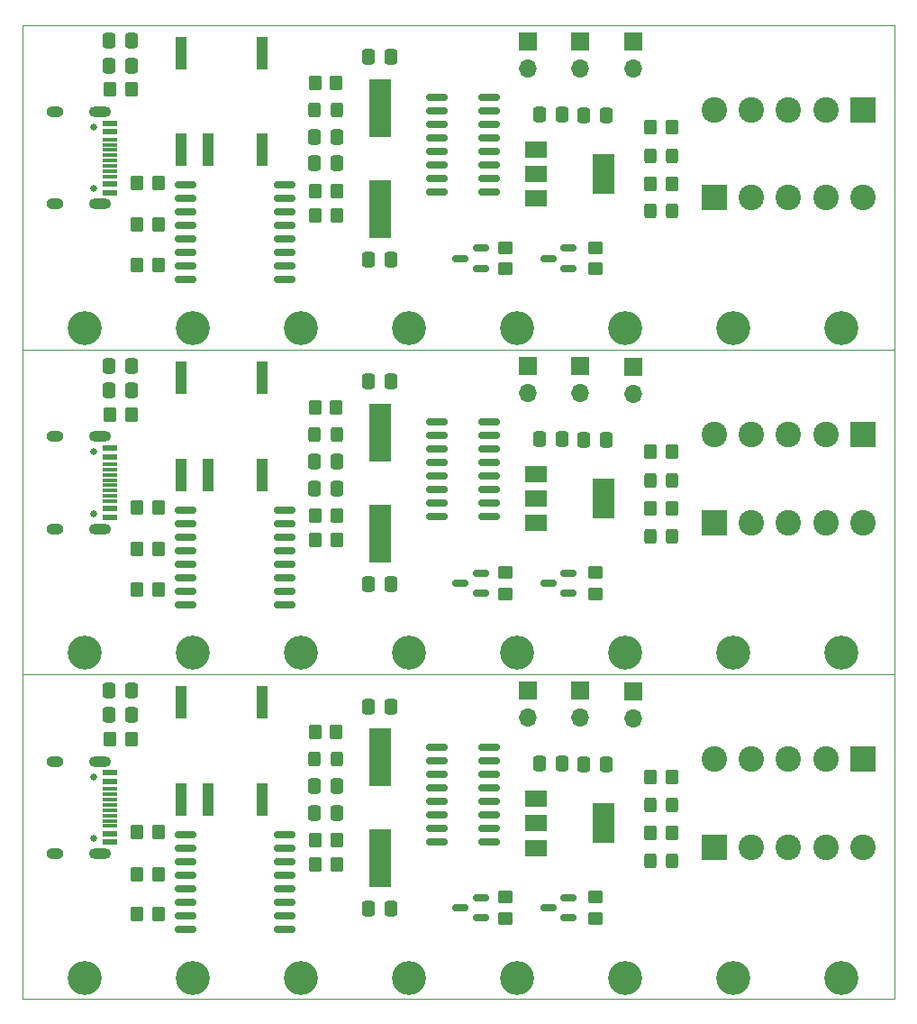
<source format=gbr>
%TF.GenerationSoftware,KiCad,Pcbnew,6.0.11-2627ca5db0~126~ubuntu20.04.1*%
%TF.CreationDate,2024-02-24T22:47:20-05:00*%
%TF.ProjectId,,58585858-5858-4585-9858-585858585858,rev?*%
%TF.SameCoordinates,Original*%
%TF.FileFunction,Soldermask,Top*%
%TF.FilePolarity,Negative*%
%FSLAX46Y46*%
G04 Gerber Fmt 4.6, Leading zero omitted, Abs format (unit mm)*
G04 Created by KiCad (PCBNEW 6.0.11-2627ca5db0~126~ubuntu20.04.1) date 2024-02-24 22:47:20*
%MOMM*%
%LPD*%
G01*
G04 APERTURE LIST*
G04 Aperture macros list*
%AMRoundRect*
0 Rectangle with rounded corners*
0 $1 Rounding radius*
0 $2 $3 $4 $5 $6 $7 $8 $9 X,Y pos of 4 corners*
0 Add a 4 corners polygon primitive as box body*
4,1,4,$2,$3,$4,$5,$6,$7,$8,$9,$2,$3,0*
0 Add four circle primitives for the rounded corners*
1,1,$1+$1,$2,$3*
1,1,$1+$1,$4,$5*
1,1,$1+$1,$6,$7*
1,1,$1+$1,$8,$9*
0 Add four rect primitives between the rounded corners*
20,1,$1+$1,$2,$3,$4,$5,0*
20,1,$1+$1,$4,$5,$6,$7,0*
20,1,$1+$1,$6,$7,$8,$9,0*
20,1,$1+$1,$8,$9,$2,$3,0*%
G04 Aperture macros list end*
%TA.AperFunction,Profile*%
%ADD10C,0.100000*%
%TD*%
%ADD11RoundRect,0.150000X0.587500X0.150000X-0.587500X0.150000X-0.587500X-0.150000X0.587500X-0.150000X0*%
%ADD12RoundRect,0.250000X0.325000X0.450000X-0.325000X0.450000X-0.325000X-0.450000X0.325000X-0.450000X0*%
%ADD13C,3.200000*%
%ADD14RoundRect,0.250000X0.350000X0.450000X-0.350000X0.450000X-0.350000X-0.450000X0.350000X-0.450000X0*%
%ADD15RoundRect,0.250000X-0.337500X-0.475000X0.337500X-0.475000X0.337500X0.475000X-0.337500X0.475000X0*%
%ADD16RoundRect,0.250000X-0.350000X-0.450000X0.350000X-0.450000X0.350000X0.450000X-0.350000X0.450000X0*%
%ADD17RoundRect,0.250000X-0.450000X0.350000X-0.450000X-0.350000X0.450000X-0.350000X0.450000X0.350000X0*%
%ADD18R,1.000000X3.100000*%
%ADD19RoundRect,0.250000X0.337500X0.475000X-0.337500X0.475000X-0.337500X-0.475000X0.337500X-0.475000X0*%
%ADD20R,1.700000X1.700000*%
%ADD21O,1.700000X1.700000*%
%ADD22R,2.000000X1.500000*%
%ADD23R,2.000000X3.800000*%
%ADD24R,2.400000X2.400000*%
%ADD25C,2.400000*%
%ADD26RoundRect,0.150000X-0.825000X-0.150000X0.825000X-0.150000X0.825000X0.150000X-0.825000X0.150000X0*%
%ADD27R,2.000000X5.500000*%
%ADD28C,0.650000*%
%ADD29R,1.450000X0.600000*%
%ADD30R,1.450000X0.300000*%
%ADD31O,1.600000X1.000000*%
%ADD32O,2.100000X1.000000*%
%ADD33RoundRect,0.150000X-0.875000X-0.150000X0.875000X-0.150000X0.875000X0.150000X-0.875000X0.150000X0*%
G04 APERTURE END LIST*
D10*
X49377600Y-91886400D02*
X131377600Y-91886400D01*
X131377600Y-122386400D02*
X131377600Y-91886400D01*
X49377600Y-91886400D02*
X49377600Y-122386400D01*
X49377600Y-122386400D02*
X131377600Y-122386400D01*
X49377600Y-61386400D02*
X131377600Y-61386400D01*
X131377600Y-91886400D02*
X131377600Y-61386400D01*
X49377600Y-61386400D02*
X49377600Y-91886400D01*
X49377600Y-91886400D02*
X131377600Y-91886400D01*
X49377600Y-61386400D02*
X131377600Y-61386400D01*
X49377600Y-30886400D02*
X49377600Y-61386400D01*
X131377600Y-61386400D02*
X131377600Y-30886400D01*
X49377600Y-30886400D02*
X131377600Y-30886400D01*
D11*
%TO.C,Q1*%
X100733900Y-114756400D03*
X100733900Y-112856400D03*
X98858900Y-113806400D03*
%TD*%
D12*
%TO.C,D3*%
X110422600Y-109386400D03*
X108372600Y-109386400D03*
%TD*%
D13*
%TO.C,REF\u002A\u002A5*%
X75577600Y-120386400D03*
%TD*%
D14*
%TO.C,R8*%
X110397600Y-101486400D03*
X108397600Y-101486400D03*
%TD*%
D15*
%TO.C,C6*%
X97996900Y-100293600D03*
X100071900Y-100293600D03*
%TD*%
D16*
%TO.C,R11*%
X108397600Y-106786400D03*
X110397600Y-106786400D03*
%TD*%
D13*
%TO.C,REF\u002A\u002A1*%
X116217600Y-120386400D03*
%TD*%
D17*
%TO.C,R10*%
X94767200Y-112806400D03*
X94767200Y-114806400D03*
%TD*%
D18*
%TO.C,PS1*%
X64317600Y-103636400D03*
X66857600Y-103636400D03*
X71937600Y-103636400D03*
X71937600Y-94536400D03*
X64317600Y-94536400D03*
%TD*%
D19*
%TO.C,C7*%
X84019100Y-94893400D03*
X81944100Y-94893400D03*
%TD*%
D14*
%TO.C,R4*%
X62177600Y-114431400D03*
X60177600Y-114431400D03*
%TD*%
D20*
%TO.C,RJ1*%
X106806800Y-93481400D03*
D21*
X106806800Y-96021400D03*
%TD*%
D19*
%TO.C,C8*%
X84019100Y-113923400D03*
X81944100Y-113923400D03*
%TD*%
D15*
%TO.C,C3*%
X76864100Y-104896400D03*
X78939100Y-104896400D03*
%TD*%
D20*
%TO.C,RJ2*%
X101828400Y-93435600D03*
D21*
X101828400Y-95975600D03*
%TD*%
D22*
%TO.C,U2*%
X97662400Y-103581600D03*
X97662400Y-105881600D03*
D23*
X103962400Y-105881600D03*
D22*
X97662400Y-108181600D03*
%TD*%
D20*
%TO.C,RJ3*%
X96900800Y-93430600D03*
D21*
X96900800Y-95970600D03*
%TD*%
D13*
%TO.C,REF\u002A\u002A4*%
X85737600Y-120386400D03*
%TD*%
%TO.C,REF\u002A\u002A6*%
X65417600Y-120386400D03*
%TD*%
%TO.C,REF\u002A\u002A7*%
X55257600Y-120386400D03*
%TD*%
D24*
%TO.C,J2*%
X128396800Y-99836400D03*
D25*
X124896800Y-99836400D03*
X121396800Y-99836400D03*
X117896800Y-99836400D03*
X114396800Y-99836400D03*
%TD*%
D14*
%TO.C,R2*%
X59597600Y-97958400D03*
X57597600Y-97958400D03*
%TD*%
D13*
%TO.C,REF\u002A\u002A*%
X126377600Y-120386400D03*
%TD*%
D26*
%TO.C,U3*%
X88329800Y-98693400D03*
X88329800Y-99963400D03*
X88329800Y-101233400D03*
X88329800Y-102503400D03*
X88329800Y-103773400D03*
X88329800Y-105043400D03*
X88329800Y-106313400D03*
X88329800Y-107583400D03*
X93279800Y-107583400D03*
X93279800Y-106313400D03*
X93279800Y-105043400D03*
X93279800Y-103773400D03*
X93279800Y-102503400D03*
X93279800Y-101233400D03*
X93279800Y-99963400D03*
X93279800Y-98693400D03*
%TD*%
D27*
%TO.C,Y1*%
X82981600Y-99686400D03*
X82981600Y-109186400D03*
%TD*%
D19*
%TO.C,C1*%
X59635100Y-95686400D03*
X57560100Y-95686400D03*
%TD*%
D28*
%TO.C,J1*%
X56117600Y-101496400D03*
X56117600Y-107276400D03*
D29*
X57562600Y-101136400D03*
X57562600Y-101936400D03*
D30*
X57562600Y-103136400D03*
X57562600Y-104136400D03*
X57562600Y-104636400D03*
X57562600Y-105636400D03*
D29*
X57562600Y-106836400D03*
X57562600Y-107636400D03*
X57562600Y-107636400D03*
X57562600Y-106836400D03*
D30*
X57562600Y-106136400D03*
X57562600Y-105136400D03*
X57562600Y-103636400D03*
X57562600Y-102636400D03*
D29*
X57562600Y-101936400D03*
X57562600Y-101136400D03*
D31*
X52467600Y-100066400D03*
D32*
X56647600Y-100066400D03*
X56647600Y-108706400D03*
D31*
X52467600Y-108706400D03*
%TD*%
D33*
%TO.C,U1*%
X64727600Y-106941400D03*
X64727600Y-108211400D03*
X64727600Y-109481400D03*
X64727600Y-110751400D03*
X64727600Y-112021400D03*
X64727600Y-113291400D03*
X64727600Y-114561400D03*
X64727600Y-115831400D03*
X74027600Y-115831400D03*
X74027600Y-114561400D03*
X74027600Y-113291400D03*
X74027600Y-112021400D03*
X74027600Y-110751400D03*
X74027600Y-109481400D03*
X74027600Y-108211400D03*
X74027600Y-106941400D03*
%TD*%
D14*
%TO.C,R6*%
X78901600Y-107456400D03*
X76901600Y-107456400D03*
%TD*%
D24*
%TO.C,J3*%
X114396800Y-108118400D03*
D25*
X117896800Y-108118400D03*
X121396800Y-108118400D03*
X124896800Y-108118400D03*
X128396800Y-108118400D03*
%TD*%
D12*
%TO.C,D1*%
X78910600Y-99836400D03*
X76860600Y-99836400D03*
%TD*%
D13*
%TO.C,REF\u002A\u002A2*%
X106057600Y-120386400D03*
%TD*%
D19*
%TO.C,C5*%
X104237500Y-100344400D03*
X102162500Y-100344400D03*
%TD*%
D14*
%TO.C,R3*%
X62137600Y-110641400D03*
X60137600Y-110641400D03*
%TD*%
%TO.C,R5*%
X78901600Y-109742400D03*
X76901600Y-109742400D03*
%TD*%
D16*
%TO.C,R1*%
X60137600Y-106694400D03*
X62137600Y-106694400D03*
%TD*%
D12*
%TO.C,D2*%
X110422600Y-104186400D03*
X108372600Y-104186400D03*
%TD*%
D19*
%TO.C,C2*%
X59635100Y-93386400D03*
X57560100Y-93386400D03*
%TD*%
D15*
%TO.C,C4*%
X76864100Y-102376400D03*
X78939100Y-102376400D03*
%TD*%
D13*
%TO.C,REF\u002A\u002A3*%
X95897600Y-120386400D03*
%TD*%
D14*
%TO.C,R7*%
X78885600Y-97296400D03*
X76885600Y-97296400D03*
%TD*%
D11*
%TO.C,Q2*%
X92453500Y-114756400D03*
X92453500Y-112856400D03*
X90578500Y-113806400D03*
%TD*%
D17*
%TO.C,R9*%
X103200000Y-112806400D03*
X103200000Y-114806400D03*
%TD*%
D11*
%TO.C,Q1*%
X100733900Y-84256400D03*
X100733900Y-82356400D03*
X98858900Y-83306400D03*
%TD*%
D12*
%TO.C,D3*%
X110422600Y-78886400D03*
X108372600Y-78886400D03*
%TD*%
D13*
%TO.C,REF\u002A\u002A5*%
X75577600Y-89886400D03*
%TD*%
D14*
%TO.C,R8*%
X110397600Y-70986400D03*
X108397600Y-70986400D03*
%TD*%
D15*
%TO.C,C6*%
X97996900Y-69793600D03*
X100071900Y-69793600D03*
%TD*%
D16*
%TO.C,R11*%
X108397600Y-76286400D03*
X110397600Y-76286400D03*
%TD*%
D13*
%TO.C,REF\u002A\u002A1*%
X116217600Y-89886400D03*
%TD*%
D17*
%TO.C,R10*%
X94767200Y-82306400D03*
X94767200Y-84306400D03*
%TD*%
D18*
%TO.C,PS1*%
X64317600Y-73136400D03*
X66857600Y-73136400D03*
X71937600Y-73136400D03*
X71937600Y-64036400D03*
X64317600Y-64036400D03*
%TD*%
D19*
%TO.C,C7*%
X84019100Y-64393400D03*
X81944100Y-64393400D03*
%TD*%
D14*
%TO.C,R4*%
X62177600Y-83931400D03*
X60177600Y-83931400D03*
%TD*%
D20*
%TO.C,RJ1*%
X106806800Y-62981400D03*
D21*
X106806800Y-65521400D03*
%TD*%
D19*
%TO.C,C8*%
X84019100Y-83423400D03*
X81944100Y-83423400D03*
%TD*%
D15*
%TO.C,C3*%
X76864100Y-74396400D03*
X78939100Y-74396400D03*
%TD*%
D20*
%TO.C,RJ2*%
X101828400Y-62935600D03*
D21*
X101828400Y-65475600D03*
%TD*%
D22*
%TO.C,U2*%
X97662400Y-73081600D03*
X97662400Y-75381600D03*
D23*
X103962400Y-75381600D03*
D22*
X97662400Y-77681600D03*
%TD*%
D20*
%TO.C,RJ3*%
X96900800Y-62930600D03*
D21*
X96900800Y-65470600D03*
%TD*%
D13*
%TO.C,REF\u002A\u002A4*%
X85737600Y-89886400D03*
%TD*%
%TO.C,REF\u002A\u002A6*%
X65417600Y-89886400D03*
%TD*%
%TO.C,REF\u002A\u002A7*%
X55257600Y-89886400D03*
%TD*%
D24*
%TO.C,J2*%
X128396800Y-69336400D03*
D25*
X124896800Y-69336400D03*
X121396800Y-69336400D03*
X117896800Y-69336400D03*
X114396800Y-69336400D03*
%TD*%
D14*
%TO.C,R2*%
X59597600Y-67458400D03*
X57597600Y-67458400D03*
%TD*%
D13*
%TO.C,REF\u002A\u002A*%
X126377600Y-89886400D03*
%TD*%
D26*
%TO.C,U3*%
X88329800Y-68193400D03*
X88329800Y-69463400D03*
X88329800Y-70733400D03*
X88329800Y-72003400D03*
X88329800Y-73273400D03*
X88329800Y-74543400D03*
X88329800Y-75813400D03*
X88329800Y-77083400D03*
X93279800Y-77083400D03*
X93279800Y-75813400D03*
X93279800Y-74543400D03*
X93279800Y-73273400D03*
X93279800Y-72003400D03*
X93279800Y-70733400D03*
X93279800Y-69463400D03*
X93279800Y-68193400D03*
%TD*%
D27*
%TO.C,Y1*%
X82981600Y-69186400D03*
X82981600Y-78686400D03*
%TD*%
D19*
%TO.C,C1*%
X59635100Y-65186400D03*
X57560100Y-65186400D03*
%TD*%
D28*
%TO.C,J1*%
X56117600Y-70996400D03*
X56117600Y-76776400D03*
D29*
X57562600Y-70636400D03*
X57562600Y-71436400D03*
D30*
X57562600Y-72636400D03*
X57562600Y-73636400D03*
X57562600Y-74136400D03*
X57562600Y-75136400D03*
D29*
X57562600Y-76336400D03*
X57562600Y-77136400D03*
X57562600Y-77136400D03*
X57562600Y-76336400D03*
D30*
X57562600Y-75636400D03*
X57562600Y-74636400D03*
X57562600Y-73136400D03*
X57562600Y-72136400D03*
D29*
X57562600Y-71436400D03*
X57562600Y-70636400D03*
D31*
X52467600Y-69566400D03*
D32*
X56647600Y-69566400D03*
X56647600Y-78206400D03*
D31*
X52467600Y-78206400D03*
%TD*%
D33*
%TO.C,U1*%
X64727600Y-76441400D03*
X64727600Y-77711400D03*
X64727600Y-78981400D03*
X64727600Y-80251400D03*
X64727600Y-81521400D03*
X64727600Y-82791400D03*
X64727600Y-84061400D03*
X64727600Y-85331400D03*
X74027600Y-85331400D03*
X74027600Y-84061400D03*
X74027600Y-82791400D03*
X74027600Y-81521400D03*
X74027600Y-80251400D03*
X74027600Y-78981400D03*
X74027600Y-77711400D03*
X74027600Y-76441400D03*
%TD*%
D14*
%TO.C,R6*%
X78901600Y-76956400D03*
X76901600Y-76956400D03*
%TD*%
D24*
%TO.C,J3*%
X114396800Y-77618400D03*
D25*
X117896800Y-77618400D03*
X121396800Y-77618400D03*
X124896800Y-77618400D03*
X128396800Y-77618400D03*
%TD*%
D12*
%TO.C,D1*%
X78910600Y-69336400D03*
X76860600Y-69336400D03*
%TD*%
D13*
%TO.C,REF\u002A\u002A2*%
X106057600Y-89886400D03*
%TD*%
D19*
%TO.C,C5*%
X104237500Y-69844400D03*
X102162500Y-69844400D03*
%TD*%
D14*
%TO.C,R3*%
X62137600Y-80141400D03*
X60137600Y-80141400D03*
%TD*%
%TO.C,R5*%
X78901600Y-79242400D03*
X76901600Y-79242400D03*
%TD*%
D16*
%TO.C,R1*%
X60137600Y-76194400D03*
X62137600Y-76194400D03*
%TD*%
D12*
%TO.C,D2*%
X110422600Y-73686400D03*
X108372600Y-73686400D03*
%TD*%
D19*
%TO.C,C2*%
X59635100Y-62886400D03*
X57560100Y-62886400D03*
%TD*%
D15*
%TO.C,C4*%
X76864100Y-71876400D03*
X78939100Y-71876400D03*
%TD*%
D13*
%TO.C,REF\u002A\u002A3*%
X95897600Y-89886400D03*
%TD*%
D14*
%TO.C,R7*%
X78885600Y-66796400D03*
X76885600Y-66796400D03*
%TD*%
D11*
%TO.C,Q2*%
X92453500Y-84256400D03*
X92453500Y-82356400D03*
X90578500Y-83306400D03*
%TD*%
D17*
%TO.C,R9*%
X103200000Y-82306400D03*
X103200000Y-84306400D03*
%TD*%
D14*
%TO.C,R6*%
X78901600Y-46456400D03*
X76901600Y-46456400D03*
%TD*%
%TO.C,R7*%
X78885600Y-36296400D03*
X76885600Y-36296400D03*
%TD*%
%TO.C,R5*%
X78901600Y-48742400D03*
X76901600Y-48742400D03*
%TD*%
D15*
%TO.C,C4*%
X76864100Y-41376400D03*
X78939100Y-41376400D03*
%TD*%
D12*
%TO.C,D2*%
X110422600Y-43186400D03*
X108372600Y-43186400D03*
%TD*%
D27*
%TO.C,Y1*%
X82981600Y-38686400D03*
X82981600Y-48186400D03*
%TD*%
D14*
%TO.C,R3*%
X62137600Y-49641400D03*
X60137600Y-49641400D03*
%TD*%
D13*
%TO.C,REF\u002A\u002A2*%
X106057600Y-59386400D03*
%TD*%
D16*
%TO.C,R1*%
X60137600Y-45694400D03*
X62137600Y-45694400D03*
%TD*%
D33*
%TO.C,U1*%
X64727600Y-45941400D03*
X64727600Y-47211400D03*
X64727600Y-48481400D03*
X64727600Y-49751400D03*
X64727600Y-51021400D03*
X64727600Y-52291400D03*
X64727600Y-53561400D03*
X64727600Y-54831400D03*
X74027600Y-54831400D03*
X74027600Y-53561400D03*
X74027600Y-52291400D03*
X74027600Y-51021400D03*
X74027600Y-49751400D03*
X74027600Y-48481400D03*
X74027600Y-47211400D03*
X74027600Y-45941400D03*
%TD*%
D13*
%TO.C,REF\u002A\u002A3*%
X95897600Y-59386400D03*
%TD*%
D19*
%TO.C,C1*%
X59635100Y-34686400D03*
X57560100Y-34686400D03*
%TD*%
D28*
%TO.C,J1*%
X56117600Y-40496400D03*
X56117600Y-46276400D03*
D29*
X57562600Y-40136400D03*
X57562600Y-40936400D03*
D30*
X57562600Y-42136400D03*
X57562600Y-43136400D03*
X57562600Y-43636400D03*
X57562600Y-44636400D03*
D29*
X57562600Y-45836400D03*
X57562600Y-46636400D03*
X57562600Y-46636400D03*
X57562600Y-45836400D03*
D30*
X57562600Y-45136400D03*
X57562600Y-44136400D03*
X57562600Y-42636400D03*
X57562600Y-41636400D03*
D29*
X57562600Y-40936400D03*
X57562600Y-40136400D03*
D31*
X52467600Y-39066400D03*
D32*
X56647600Y-39066400D03*
X56647600Y-47706400D03*
D31*
X52467600Y-47706400D03*
%TD*%
D19*
%TO.C,C2*%
X59635100Y-32386400D03*
X57560100Y-32386400D03*
%TD*%
D11*
%TO.C,Q2*%
X92453500Y-53756400D03*
X92453500Y-51856400D03*
X90578500Y-52806400D03*
%TD*%
D12*
%TO.C,D1*%
X78910600Y-38836400D03*
X76860600Y-38836400D03*
%TD*%
D19*
%TO.C,C5*%
X104237500Y-39344400D03*
X102162500Y-39344400D03*
%TD*%
D24*
%TO.C,J3*%
X114396800Y-47118400D03*
D25*
X117896800Y-47118400D03*
X121396800Y-47118400D03*
X124896800Y-47118400D03*
X128396800Y-47118400D03*
%TD*%
D17*
%TO.C,R9*%
X103200000Y-51806400D03*
X103200000Y-53806400D03*
%TD*%
D26*
%TO.C,U3*%
X88329800Y-37693400D03*
X88329800Y-38963400D03*
X88329800Y-40233400D03*
X88329800Y-41503400D03*
X88329800Y-42773400D03*
X88329800Y-44043400D03*
X88329800Y-45313400D03*
X88329800Y-46583400D03*
X93279800Y-46583400D03*
X93279800Y-45313400D03*
X93279800Y-44043400D03*
X93279800Y-42773400D03*
X93279800Y-41503400D03*
X93279800Y-40233400D03*
X93279800Y-38963400D03*
X93279800Y-37693400D03*
%TD*%
D13*
%TO.C,REF\u002A\u002A*%
X126377600Y-59386400D03*
%TD*%
D14*
%TO.C,R2*%
X59597600Y-36958400D03*
X57597600Y-36958400D03*
%TD*%
D24*
%TO.C,J2*%
X128396800Y-38836400D03*
D25*
X124896800Y-38836400D03*
X121396800Y-38836400D03*
X117896800Y-38836400D03*
X114396800Y-38836400D03*
%TD*%
D13*
%TO.C,REF\u002A\u002A7*%
X55257600Y-59386400D03*
%TD*%
%TO.C,REF\u002A\u002A6*%
X65417600Y-59386400D03*
%TD*%
%TO.C,REF\u002A\u002A4*%
X85737600Y-59386400D03*
%TD*%
D20*
%TO.C,RJ3*%
X96900800Y-32430600D03*
D21*
X96900800Y-34970600D03*
%TD*%
D22*
%TO.C,U2*%
X97662400Y-42581600D03*
X97662400Y-44881600D03*
D23*
X103962400Y-44881600D03*
D22*
X97662400Y-47181600D03*
%TD*%
D20*
%TO.C,RJ2*%
X101828400Y-32435600D03*
D21*
X101828400Y-34975600D03*
%TD*%
D15*
%TO.C,C3*%
X76864100Y-43896400D03*
X78939100Y-43896400D03*
%TD*%
D19*
%TO.C,C8*%
X84019100Y-52923400D03*
X81944100Y-52923400D03*
%TD*%
D20*
%TO.C,RJ1*%
X106806800Y-32481400D03*
D21*
X106806800Y-35021400D03*
%TD*%
D14*
%TO.C,R4*%
X62177600Y-53431400D03*
X60177600Y-53431400D03*
%TD*%
D19*
%TO.C,C7*%
X84019100Y-33893400D03*
X81944100Y-33893400D03*
%TD*%
D18*
%TO.C,PS1*%
X64317600Y-42636400D03*
X66857600Y-42636400D03*
X71937600Y-42636400D03*
X71937600Y-33536400D03*
X64317600Y-33536400D03*
%TD*%
D17*
%TO.C,R10*%
X94767200Y-51806400D03*
X94767200Y-53806400D03*
%TD*%
D13*
%TO.C,REF\u002A\u002A1*%
X116217600Y-59386400D03*
%TD*%
D16*
%TO.C,R11*%
X108397600Y-45786400D03*
X110397600Y-45786400D03*
%TD*%
D15*
%TO.C,C6*%
X97996900Y-39293600D03*
X100071900Y-39293600D03*
%TD*%
D14*
%TO.C,R8*%
X110397600Y-40486400D03*
X108397600Y-40486400D03*
%TD*%
D13*
%TO.C,REF\u002A\u002A5*%
X75577600Y-59386400D03*
%TD*%
D12*
%TO.C,D3*%
X110422600Y-48386400D03*
X108372600Y-48386400D03*
%TD*%
D11*
%TO.C,Q1*%
X100733900Y-53756400D03*
X100733900Y-51856400D03*
X98858900Y-52806400D03*
%TD*%
M02*

</source>
